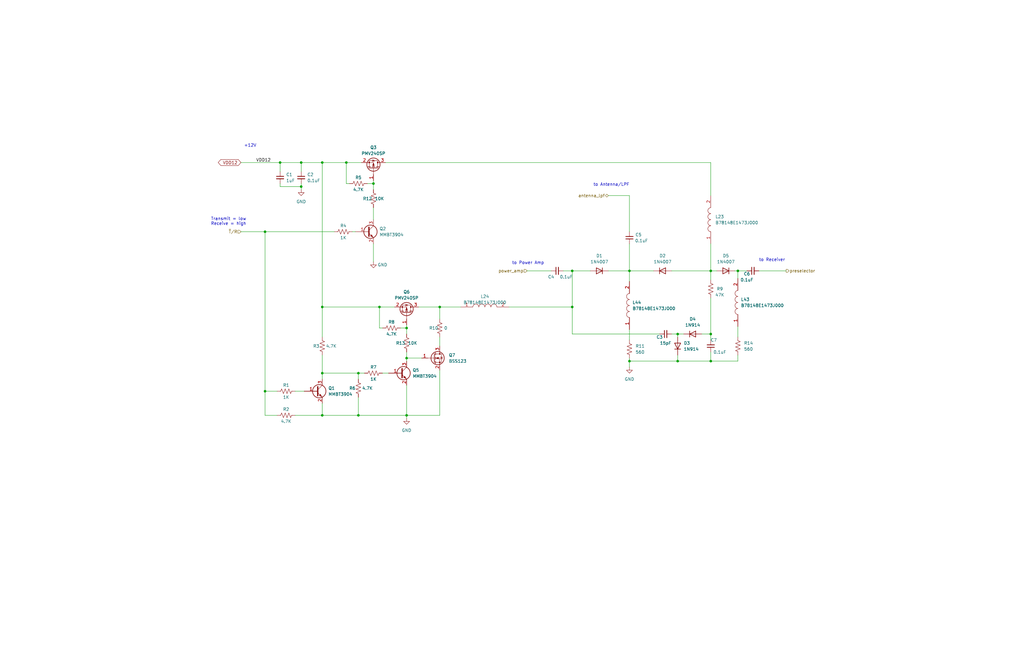
<source format=kicad_sch>
(kicad_sch (version 20230121) (generator eeschema)
  (paper "B")
  (lib_symbols
    (symbol "D_1" (pin_numbers hide) (pin_names (offset 1.016) hide)
      (property "Reference" "D" (at 0 2.54 0))
      (property "Value" "D" (at 0 -2.54 0))
      (symbol "D_1_0_1"
        (polyline (pts (xy -1.27 1.27) (xy -1.27 -1.27)) (stroke (width 0.254)))
        (polyline (pts (xy 1.27 0) (xy -1.27 0)))
        (polyline (pts (xy 1.27 1.27) (xy 1.27 -1.27) (xy -1.27 0) (xy 1.27 1.27)) (stroke (width 0.254)))
      )
      (symbol "D_1_1_1"
        (pin passive line (at -3.81 0 0) (length 2.54) (name "K") (number "1"))
        (pin passive line (at 3.81 0 180) (length 2.54) (name "A") (number "2"))
      )
    )
    (symbol "Device:C_Small" (pin_numbers hide) (pin_names (offset 0.254) hide)
      (property "Reference" "C" (at 0.254 1.778 0))
      (property "Value" "C_Small" (at 0.254 -2.032 0))
      (symbol "C_Small_0_1"
        (polyline (pts (xy -1.524 -0.508) (xy 1.524 -0.508)) (stroke (width 0.3302)))
        (polyline (pts (xy -1.524 0.508) (xy 1.524 0.508)) (stroke (width 0.3048)))
      )
      (symbol "C_Small_1_1"
        (pin passive line (at 0 2.54 270) (length 2.032) (name "~") (number "1"))
        (pin passive line (at 0 -2.54 90) (length 2.032) (name "~") (number "2"))
      )
    )
    (symbol "Device:D" (pin_numbers hide) (pin_names (offset 1.016) hide)
      (property "Reference" "D" (at 0 2.54 0))
      (property "Value" "D" (at 0 -2.54 0))
      (symbol "D_0_1"
        (polyline (pts (xy -1.27 1.27) (xy -1.27 -1.27)) (stroke (width 0.254)))
        (polyline (pts (xy 1.27 0) (xy -1.27 0)))
        (polyline (pts (xy 1.27 1.27) (xy 1.27 -1.27) (xy -1.27 0) (xy 1.27 1.27)) (stroke (width 0.254)))
      )
      (symbol "D_1_1"
        (pin passive line (at -3.81 0 0) (length 2.54) (name "K") (number "1"))
        (pin passive line (at 3.81 0 180) (length 2.54) (name "A") (number "2"))
      )
    )
    (symbol "Device:Q_NMOS_GSD" (pin_names (offset 0) hide)
      (property "Reference" "Q" (at 5.08 1.27 0))
      (property "Value" "Q_NMOS_GSD" (at 5.08 -1.27 0))
      (symbol "Q_NMOS_GSD_0_1"
        (polyline (pts (xy 0.254 0) (xy -2.54 0)))
        (polyline (pts (xy 0.254 1.905) (xy 0.254 -1.905)) (stroke (width 0.254)))
        (polyline (pts (xy 0.762 -1.27) (xy 0.762 -2.286)) (stroke (width 0.254)))
        (polyline (pts (xy 0.762 0.508) (xy 0.762 -0.508)) (stroke (width 0.254)))
        (polyline (pts (xy 0.762 2.286) (xy 0.762 1.27)) (stroke (width 0.254)))
        (polyline (pts (xy 2.54 2.54) (xy 2.54 1.778)))
        (polyline (pts (xy 2.54 -2.54) (xy 2.54 0) (xy 0.762 0)))
        (polyline (pts (xy 0.762 -1.778) (xy 3.302 -1.778) (xy 3.302 1.778) (xy 0.762 1.778)))
        (polyline (pts (xy 1.016 0) (xy 2.032 0.381) (xy 2.032 -0.381) (xy 1.016 0)) (fill (type outline)))
        (polyline (pts (xy 2.794 0.508) (xy 2.921 0.381) (xy 3.683 0.381) (xy 3.81 0.254)))
        (polyline (pts (xy 3.302 0.381) (xy 2.921 -0.254) (xy 3.683 -0.254) (xy 3.302 0.381)))
        (circle (center 1.651 0) (radius 2.794) (stroke (width 0.254)))
        (circle (center 2.54 -1.778) (radius 0.254) (fill (type outline)))
        (circle (center 2.54 1.778) (radius 0.254) (fill (type outline)))
      )
      (symbol "Q_NMOS_GSD_1_1"
        (pin input line (at -5.08 0 0) (length 2.54) (name "G") (number "1"))
        (pin passive line (at 2.54 -5.08 90) (length 2.54) (name "S") (number "2"))
        (pin passive line (at 2.54 5.08 270) (length 2.54) (name "D") (number "3"))
      )
    )
    (symbol "Device:Q_NPN_BEC" (pin_names (offset 0) hide)
      (property "Reference" "Q" (at 5.08 1.27 0))
      (property "Value" "Q_NPN_BEC" (at 5.08 -1.27 0))
      (symbol "Q_NPN_BEC_0_1"
        (polyline (pts (xy 0.635 0.635) (xy 2.54 2.54)))
        (polyline (pts (xy 0.635 -0.635) (xy 2.54 -2.54) (xy 2.54 -2.54)))
        (polyline (pts (xy 0.635 1.905) (xy 0.635 -1.905) (xy 0.635 -1.905)) (stroke (width 0.508)))
        (polyline (pts (xy 1.27 -1.778) (xy 1.778 -1.27) (xy 2.286 -2.286) (xy 1.27 -1.778) (xy 1.27 -1.778)) (fill (type outline)))
        (circle (center 1.27 0) (radius 2.8194) (stroke (width 0.254)))
      )
      (symbol "Q_NPN_BEC_1_1"
        (pin input line (at -5.08 0 0) (length 5.715) (name "B") (number "1"))
        (pin passive line (at 2.54 -5.08 90) (length 2.54) (name "E") (number "2"))
        (pin passive line (at 2.54 5.08 270) (length 2.54) (name "C") (number "3"))
      )
    )
    (symbol "Device:Q_PMOS_GSD" (pin_names (offset 0) hide)
      (property "Reference" "Q" (at 5.08 1.27 0))
      (property "Value" "Q_PMOS_GSD" (at 5.08 -1.27 0))
      (symbol "Q_PMOS_GSD_0_1"
        (polyline (pts (xy 0.254 0) (xy -2.54 0)))
        (polyline (pts (xy 0.254 1.905) (xy 0.254 -1.905)) (stroke (width 0.254)))
        (polyline (pts (xy 0.762 -1.27) (xy 0.762 -2.286)) (stroke (width 0.254)))
        (polyline (pts (xy 0.762 0.508) (xy 0.762 -0.508)) (stroke (width 0.254)))
        (polyline (pts (xy 0.762 2.286) (xy 0.762 1.27)) (stroke (width 0.254)))
        (polyline (pts (xy 2.54 2.54) (xy 2.54 1.778)))
        (polyline (pts (xy 2.54 -2.54) (xy 2.54 0) (xy 0.762 0)))
        (polyline (pts (xy 0.762 1.778) (xy 3.302 1.778) (xy 3.302 -1.778) (xy 0.762 -1.778)))
        (polyline (pts (xy 2.286 0) (xy 1.27 0.381) (xy 1.27 -0.381) (xy 2.286 0)) (fill (type outline)))
        (polyline (pts (xy 2.794 -0.508) (xy 2.921 -0.381) (xy 3.683 -0.381) (xy 3.81 -0.254)))
        (polyline (pts (xy 3.302 -0.381) (xy 2.921 0.254) (xy 3.683 0.254) (xy 3.302 -0.381)))
        (circle (center 1.651 0) (radius 2.794) (stroke (width 0.254)))
        (circle (center 2.54 -1.778) (radius 0.254) (fill (type outline)))
        (circle (center 2.54 1.778) (radius 0.254) (fill (type outline)))
      )
      (symbol "Q_PMOS_GSD_1_1"
        (pin input line (at -5.08 0 0) (length 2.54) (name "G") (number "1"))
        (pin passive line (at 2.54 -5.08 90) (length 2.54) (name "S") (number "2"))
        (pin passive line (at 2.54 5.08 270) (length 2.54) (name "D") (number "3"))
      )
    )
    (symbol "Device:R_US" (pin_numbers hide) (pin_names (offset 0))
      (property "Reference" "R" (at 2.54 0 90))
      (property "Value" "R_US" (at -2.54 0 90))
      (symbol "R_US_0_1"
        (polyline (pts (xy 0 -2.286) (xy 0 -2.54)))
        (polyline (pts (xy 0 2.286) (xy 0 2.54)))
        (polyline (pts (xy 0 -0.762) (xy 1.016 -1.143) (xy 0 -1.524) (xy -1.016 -1.905) (xy 0 -2.286)))
        (polyline (pts (xy 0 0.762) (xy 1.016 0.381) (xy 0 0) (xy -1.016 -0.381) (xy 0 -0.762)))
        (polyline (pts (xy 0 2.286) (xy 1.016 1.905) (xy 0 1.524) (xy -1.016 1.143) (xy 0 0.762)))
      )
      (symbol "R_US_1_1"
        (pin passive line (at 0 3.81 270) (length 1.27) (name "~") (number "1"))
        (pin passive line (at 0 -3.81 90) (length 1.27) (name "~") (number "2"))
      )
    )
    (symbol "SamacSys_Parts:B78148E1473J000" (pin_names (offset 0.762))
      (property "Reference" "L" (at 16.51 6.35 0))
      (property "Value" "B78148E1473J000" (at 16.51 3.81 0))
      (symbol "B78148E1473J000_0_0"
        (pin passive line (at 0 0 0) (length 5.08) (name "~") (number "1"))
        (pin passive line (at 20.32 0 180) (length 5.08) (name "~") (number "2"))
      )
      (symbol "B78148E1473J000_0_1"
        (arc (start 7.62 0) (mid 6.35 1.2202) (end 5.08 0) (stroke (width 0.1524)))
        (arc (start 10.16 0) (mid 8.89 1.2202) (end 7.62 0) (stroke (width 0.1524)))
        (arc (start 12.7 0) (mid 11.43 1.2202) (end 10.16 0) (stroke (width 0.1524)))
        (arc (start 15.24 0) (mid 13.97 1.2202) (end 12.7 0) (stroke (width 0.1524)))
      )
    )
    (symbol "power:GND" (power) (pin_names (offset 0))
      (property "Value" "GND" (at 0 -3.81 0))
      (symbol "GND_0_1"
        (polyline (pts (xy 0 0) (xy 0 -1.27) (xy 1.27 -1.27) (xy 0 -2.54) (xy -1.27 -1.27) (xy 0 -1.27)))
      )
      (symbol "GND_1_1"
        (pin power_in line (at 0 0 270) (length 0) hide (name "GND") (number "1"))
      )
    )
  )
  (junction (at 151.13 157.48))
  (junction (at 185.42 129.54))
  (junction (at 118.11 68.58))
  (junction (at 171.45 151.13))
  (junction (at 299.72 114.3))
  (junction (at 285.75 152.4))
  (junction (at 151.13 175.26))
  (junction (at 265.43 152.4))
  (junction (at 127 68.58))
  (junction (at 157.48 77.47))
  (junction (at 299.72 140.97))
  (junction (at 160.02 129.54))
  (junction (at 241.3 129.54))
  (junction (at 311.15 114.3))
  (junction (at 135.89 175.26))
  (junction (at 241.3 114.3))
  (junction (at 127 78.74))
  (junction (at 135.89 157.48))
  (junction (at 135.89 68.58))
  (junction (at 111.76 165.1))
  (junction (at 171.45 138.43))
  (junction (at 111.76 97.79))
  (junction (at 285.75 140.97))
  (junction (at 299.72 152.4))
  (junction (at 265.43 114.3))
  (junction (at 135.89 129.54))
  (junction (at 146.05 68.58))
  (junction (at 171.45 175.26))
  (wire (pts (xy 162.56 68.58) (xy 299.72 68.58)))
  (wire (pts (xy 299.72 148.59) (xy 299.72 152.4)))
  (wire (pts (xy 171.45 138.43) (xy 171.45 140.97)))
  (wire (pts (xy 185.42 129.54) (xy 194.31 129.54)))
  (wire (pts (xy 160.02 129.54) (xy 160.02 138.43)))
  (wire (pts (xy 148.59 97.79) (xy 149.86 97.79)))
  (wire (pts (xy 111.76 97.79) (xy 140.97 97.79)))
  (wire (pts (xy 127 68.58) (xy 135.89 68.58)))
  (wire (pts (xy 278.13 140.97) (xy 241.3 140.97)))
  (wire (pts (xy 285.75 140.97) (xy 288.29 140.97)))
  (wire (pts (xy 283.21 140.97) (xy 285.75 140.97)))
  (wire (pts (xy 185.42 129.54) (xy 185.42 134.62)))
  (wire (pts (xy 124.46 175.26) (xy 135.89 175.26)))
  (wire (pts (xy 237.49 114.3) (xy 241.3 114.3)))
  (wire (pts (xy 299.72 114.3) (xy 302.26 114.3)))
  (wire (pts (xy 256.54 82.55) (xy 265.43 82.55)))
  (wire (pts (xy 222.25 114.3) (xy 232.41 114.3)))
  (wire (pts (xy 311.15 149.86) (xy 311.15 152.4)))
  (wire (pts (xy 152.4 68.58) (xy 146.05 68.58)))
  (wire (pts (xy 299.72 140.97) (xy 299.72 143.51)))
  (wire (pts (xy 154.94 77.47) (xy 157.48 77.47)))
  (wire (pts (xy 116.84 165.1) (xy 111.76 165.1)))
  (wire (pts (xy 176.53 129.54) (xy 185.42 129.54)))
  (wire (pts (xy 118.11 78.74) (xy 127 78.74)))
  (wire (pts (xy 127 77.47) (xy 127 78.74)))
  (wire (pts (xy 111.76 175.26) (xy 111.76 165.1)))
  (wire (pts (xy 285.75 152.4) (xy 265.43 152.4)))
  (wire (pts (xy 265.43 139.065) (xy 265.43 143.51)))
  (wire (pts (xy 265.43 151.13) (xy 265.43 152.4)))
  (wire (pts (xy 299.72 68.58) (xy 299.72 82.55)))
  (wire (pts (xy 241.3 140.97) (xy 241.3 129.54)))
  (wire (pts (xy 299.72 102.87) (xy 299.72 114.3)))
  (wire (pts (xy 160.02 138.43) (xy 161.29 138.43)))
  (wire (pts (xy 157.48 76.2) (xy 157.48 77.47)))
  (wire (pts (xy 135.89 170.18) (xy 135.89 175.26)))
  (wire (pts (xy 299.72 125.73) (xy 299.72 140.97)))
  (wire (pts (xy 127 68.58) (xy 127 72.39)))
  (wire (pts (xy 161.29 157.48) (xy 163.83 157.48)))
  (wire (pts (xy 309.88 114.3) (xy 311.15 114.3)))
  (wire (pts (xy 118.11 68.58) (xy 118.11 72.39)))
  (wire (pts (xy 135.89 129.54) (xy 160.02 129.54)))
  (wire (pts (xy 135.89 129.54) (xy 135.89 142.24)))
  (wire (pts (xy 168.91 138.43) (xy 171.45 138.43)))
  (wire (pts (xy 101.6 68.58) (xy 118.11 68.58)))
  (wire (pts (xy 265.43 152.4) (xy 265.43 154.94)))
  (wire (pts (xy 214.63 129.54) (xy 241.3 129.54)))
  (wire (pts (xy 299.72 114.3) (xy 299.72 118.11)))
  (wire (pts (xy 171.45 137.16) (xy 171.45 138.43)))
  (wire (pts (xy 146.05 68.58) (xy 146.05 77.47)))
  (wire (pts (xy 283.21 114.3) (xy 299.72 114.3)))
  (wire (pts (xy 166.37 129.54) (xy 160.02 129.54)))
  (wire (pts (xy 118.11 68.58) (xy 127 68.58)))
  (wire (pts (xy 127 78.74) (xy 127 80.01)))
  (wire (pts (xy 171.45 162.56) (xy 171.45 175.26)))
  (wire (pts (xy 157.48 77.47) (xy 157.48 80.01)))
  (wire (pts (xy 135.89 129.54) (xy 135.89 68.58)))
  (wire (pts (xy 171.45 151.13) (xy 177.8 151.13)))
  (wire (pts (xy 265.43 114.3) (xy 265.43 118.745)))
  (wire (pts (xy 311.15 137.795) (xy 311.15 142.24)))
  (wire (pts (xy 311.15 152.4) (xy 299.72 152.4)))
  (wire (pts (xy 135.89 157.48) (xy 151.13 157.48)))
  (wire (pts (xy 299.72 152.4) (xy 285.75 152.4)))
  (wire (pts (xy 116.84 175.26) (xy 111.76 175.26)))
  (wire (pts (xy 171.45 151.13) (xy 171.45 152.4)))
  (wire (pts (xy 157.48 102.87) (xy 157.48 110.49)))
  (wire (pts (xy 118.11 77.47) (xy 118.11 78.74)))
  (wire (pts (xy 135.89 175.26) (xy 151.13 175.26)))
  (wire (pts (xy 157.48 87.63) (xy 157.48 92.71)))
  (wire (pts (xy 241.3 114.3) (xy 241.3 129.54)))
  (wire (pts (xy 285.75 140.97) (xy 285.75 142.24)))
  (wire (pts (xy 151.13 157.48) (xy 153.67 157.48)))
  (wire (pts (xy 124.46 165.1) (xy 128.27 165.1)))
  (wire (pts (xy 101.6 97.79) (xy 111.76 97.79)))
  (wire (pts (xy 135.89 68.58) (xy 146.05 68.58)))
  (wire (pts (xy 265.43 82.55) (xy 265.43 97.79)))
  (wire (pts (xy 320.04 114.3) (xy 331.47 114.3)))
  (wire (pts (xy 171.45 175.26) (xy 171.45 176.53)))
  (wire (pts (xy 265.43 102.87) (xy 265.43 114.3)))
  (wire (pts (xy 151.13 160.02) (xy 151.13 157.48)))
  (wire (pts (xy 241.3 114.3) (xy 248.92 114.3)))
  (wire (pts (xy 185.42 156.21) (xy 185.42 175.26)))
  (wire (pts (xy 256.54 114.3) (xy 265.43 114.3)))
  (wire (pts (xy 135.89 149.86) (xy 135.89 157.48)))
  (wire (pts (xy 311.15 114.3) (xy 314.96 114.3)))
  (wire (pts (xy 295.91 140.97) (xy 299.72 140.97)))
  (wire (pts (xy 171.45 148.59) (xy 171.45 151.13)))
  (wire (pts (xy 185.42 142.24) (xy 185.42 146.05)))
  (wire (pts (xy 285.75 149.86) (xy 285.75 152.4)))
  (wire (pts (xy 311.15 114.3) (xy 311.15 117.475)))
  (wire (pts (xy 111.76 165.1) (xy 111.76 97.79)))
  (wire (pts (xy 185.42 175.26) (xy 171.45 175.26)))
  (wire (pts (xy 151.13 175.26) (xy 171.45 175.26)))
  (wire (pts (xy 265.43 114.3) (xy 275.59 114.3)))
  (wire (pts (xy 151.13 167.64) (xy 151.13 175.26)))
  (wire (pts (xy 146.05 77.47) (xy 147.32 77.47)))
  (wire (pts (xy 135.89 157.48) (xy 135.89 160.02)))
  (text "+12V" (at 102.87 62.23 0) (effects (font (size 1.27 1.27)) (justify left bottom)))
  (text "Transmit = low\nReceive = high" (at 88.9 95.25 0) (effects (font (size 1.27 1.27)) (justify left bottom)))
  (text "to Receiver" (at 320.04 110.49 0) (effects (font (size 1.27 1.27)) (justify left bottom)))
  (text "to Power Amp" (at 215.9 111.76 0) (effects (font (size 1.27 1.27)) (justify left bottom)))
  (text "to Antenna/LPF" (at 250.19 78.74 0) (effects (font (size 1.27 1.27)) (justify left bottom)))
  (label "VDD12" (at 107.95 68.58 0))
  (global_label "VDD12" (shape bidirectional) (at 101.6 68.58 180) (property "Intersheetrefs" "${INTERSHEET_REFS}" (at 91.4559 68.58 0) (effects (justify right))))
  (hierarchical_label "~{T}{slash}R" (shape input) (at 101.6 97.79 180))
  (hierarchical_label "preselector" (shape output) (at 331.47 114.3 0))
  (hierarchical_label "power_amp" (shape input) (at 222.25 114.3 180))
  (hierarchical_label "antenna_lpf" (shape bidirectional) (at 256.54 82.55 180))
  (symbol (lib_id "Device:R_US") (at 151.13 77.47 90) (unit 1)
    (property "Reference" "R5" (at 151.13 74.93 90))
    (property "Value" "4.7K" (at 151.13 80.01 90))
    (property "Footprint" "Resistor_SMD:R_0603_1608Metric_Pad0.98x0.95mm_HandSolder" (effects hide))
  )
  (symbol (lib_id "SamacSys_Parts:B78148E1473J000") (at 311.15 137.795 90) (unit 1)
    (property "Reference" "L43" (at 312.42 126.365 90) (effects (justify right)))
    (property "Value" "B78148E1473J000" (at 312.42 128.905 90) (effects (justify right)))
    (property "Footprint" "B78148E" (effects hide))
    (property "Datasheet" "https://product.tdk.com/system/files/dam/doc/product/inductor/inductor/lead/data_sheet/30/ds/b78108_148e.pdf" (effects hide))
    (property "Description" "Leaded Inductors (Leaded Coils), L=47uH  Rated Current=0.95A, Radial DxL:4mmx9.5mm" (effects hide))
    (property "Mouser Part Number" "871-B78148E1473J000" (effects hide))
    (property "Mouser Price/Stock" "https://www.mouser.co.uk/ProductDetail/EPCOS-TDK/B78148E1473J000?qs=eVuN9SfsQ7TbgaB2%2F8UGtw%3D%3D" (effects hide))
    (property "Manufacturer_Name" "TDK" (effects hide))
    (property "Manufacturer_Part_Number" "B78148E1473J000" (effects hide))
  )
  (symbol (lib_id "Device:Q_NPN_BEC") (at 168.91 157.48 0) (unit 1)
    (property "Reference" "Q5" (at 173.99 156.2099 0) (effects (justify left)))
    (property "Value" "MMBT3904" (at 173.99 158.7499 0) (effects (justify left)))
    (property "Footprint" "Package_TO_SOT_SMD:SOT-23" (effects hide))
    (instances (project "" (path "" (reference "Q5") (unit 1))) (project "fieldRadio" (path "" (reference "Q4") (unit 1))))
  )
  (symbol (lib_id "Device:D") (at 279.4 114.3 0) (unit 1)
    (property "Reference" "D2" (at 279.4 107.95 0))
    (property "Value" "1N4007" (at 279.4 110.49 0))
    (property "Footprint" "Diode_THT:D_DO-41_SOD81_P10.16mm_Horizontal" (effects hide))
    (property "Sim.Device" "D" (effects hide))
    (property "Sim.Pins" "1=K 2=A" (effects hide))
  )
  (symbol (lib_id "Device:Q_NMOS_GSD") (at 182.88 151.13 0) (unit 1)
    (property "Reference" "Q7" (at 189.23 149.86 0) (effects (justify left)))
    (property "Value" "BSS123" (at 189.23 152.4 0) (effects (justify left)))
    (property "Footprint" "Package_TO_SOT_SMD:SOT-23" (effects hide))
    (instances (project "" (path "" (reference "Q7") (unit 1))) (project "fieldRadio" (path "" (reference "Q6") (unit 1))))
  )
  (symbol (lib_id "Device:R_US") (at 120.65 175.26 270) (unit 1)
    (property "Reference" "R2" (at 120.65 172.72 90))
    (property "Value" "4.7K" (at 120.65 177.8 90))
    (property "Footprint" "Resistor_SMD:R_0603_1608Metric_Pad0.98x0.95mm_HandSolder" (effects hide))
  )
  (symbol (lib_id "Device:R_US") (at 265.43 147.32 0) (unit 1)
    (property "Reference" "R11" (at 267.97 146.05 0) (effects (justify left)))
    (property "Value" "560" (at 267.97 148.59 0) (effects (justify left)))
    (property "Footprint" "Resistor_THT:R_Axial_DIN0617_L17.0mm_D6.0mm_P20.32mm_Horizontal" (effects hide))
    (instances (project "" (path "" (reference "R11") (unit 1))) (project "fieldRadio" (path "" (reference "R12") (unit 1))))
  )
  (symbol (lib_id "Device:C_Small") (at 234.95 114.3 90) (unit 1)
    (property "Reference" "C4" (at 232.41 116.84 90))
    (property "Value" "0.1uF" (at 238.76 116.84 90))
    (property "Footprint" "Capacitor_THT:C_Disc_D5.0mm_W2.5mm_P5.00mm" (effects hide))
    (instances (project "" (path "" (reference "C4") (unit 1))) (project "fieldRadio" (path "" (reference "C5") (unit 1))))
  )
  (symbol (lib_id "Device:C_Small") (at 265.43 100.33 180) (unit 1)
    (property "Reference" "C5" (at 269.24 99.06 0))
    (property "Value" "0.1uF" (at 270.51 101.6 0))
    (property "Footprint" "Capacitor_THT:C_Disc_D5.0mm_W2.5mm_P5.00mm" (effects hide))
    (instances (project "" (path "" (reference "C5") (unit 1))) (project "fieldRadio" (path "" (reference "C6") (unit 1))))
  )
  (symbol (lib_name "D_1") (lib_id "Device:D") (at 252.73 114.3 180) (unit 1)
    (property "Reference" "D1" (at 252.73 107.95 0))
    (property "Value" "1N4007" (at 252.73 110.49 0))
    (property "Footprint" "Diode_THT:D_DO-41_SOD81_P10.16mm_Horizontal" (effects hide))
    (property "Sim.Device" "D" (effects hide))
    (property "Sim.Pins" "1=K 2=A" (effects hide))
  )
  (symbol (lib_id "Device:R_US") (at 135.89 146.05 180) (unit 1)
    (property "Reference" "R3" (at 133.35 146.05 0))
    (property "Value" "4.7K" (at 139.7 146.05 0))
    (property "Footprint" "Resistor_SMD:R_0603_1608Metric_Pad0.98x0.95mm_HandSolder" (effects hide))
  )
  (symbol (lib_id "SamacSys_Parts:B78148E1473J000") (at 265.43 139.065 90) (unit 1)
    (property "Reference" "L44" (at 266.7 127.635 90) (effects (justify right)))
    (property "Value" "B78148E1473J000" (at 266.7 130.175 90) (effects (justify right)))
    (property "Footprint" "B78148E" (effects hide))
    (property "Datasheet" "https://product.tdk.com/system/files/dam/doc/product/inductor/inductor/lead/data_sheet/30/ds/b78108_148e.pdf" (effects hide))
    (property "Description" "Leaded Inductors (Leaded Coils), L=47uH  Rated Current=0.95A, Radial DxL:4mmx9.5mm" (effects hide))
    (property "Mouser Part Number" "871-B78148E1473J000" (effects hide))
    (property "Mouser Price/Stock" "https://www.mouser.co.uk/ProductDetail/EPCOS-TDK/B78148E1473J000?qs=eVuN9SfsQ7TbgaB2%2F8UGtw%3D%3D" (effects hide))
    (property "Manufacturer_Name" "TDK" (effects hide))
    (property "Manufacturer_Part_Number" "B78148E1473J000" (effects hide))
  )
  (symbol (lib_id "Device:Q_NPN_BEC") (at 133.35 165.1 0) (unit 1)
    (property "Reference" "Q1" (at 138.43 163.8299 0) (effects (justify left)))
    (property "Value" "MMBT3904" (at 138.43 166.3699 0) (effects (justify left)))
    (property "Footprint" "Package_TO_SOT_SMD:SOT-23" (effects hide))
  )
  (symbol (lib_id "power:GND") (at 127 80.01 0) (unit 1)
    (property "Reference" "#PWR02" (effects hide))
    (property "Value" "GND" (at 127 85.09 0))
    (instances (project "" (path "" (reference "#PWR02") (unit 1))) (project "fieldRadio" (path "" (reference "#PWR09") (unit 1))))
  )
  (symbol (lib_id "Device:R_US") (at 151.13 163.83 180) (unit 1)
    (property "Reference" "R6" (at 148.59 163.83 0))
    (property "Value" "4.7K" (at 154.94 163.83 0))
    (property "Footprint" "Resistor_SMD:R_0603_1608Metric_Pad0.98x0.95mm_HandSolder" (effects hide))
  )
  (symbol (lib_id "Device:R_US") (at 120.65 165.1 90) (unit 1)
    (property "Reference" "R1" (at 120.65 162.56 90))
    (property "Value" "1K" (at 120.65 167.64 90))
    (property "Footprint" "Resistor_SMD:R_0603_1608Metric_Pad0.98x0.95mm_HandSolder" (effects hide))
  )
  (symbol (lib_id "Device:Q_PMOS_GSD") (at 157.48 71.12 270) (mirror x) (unit 1)
    (property "Reference" "Q3" (at 157.48 62.23 90))
    (property "Value" "PMV240SP" (at 157.48 64.77 90))
    (property "Footprint" "Package_TO_SOT_SMD:SOT-23" (effects hide))
  )
  (symbol (lib_id "Device:C_Small") (at 299.72 146.05 180) (unit 1)
    (property "Reference" "C7" (at 300.99 143.51 0))
    (property "Value" "0.1uF" (at 303.53 148.59 0))
    (property "Footprint" "Capacitor_THT:C_Disc_D5.0mm_W2.5mm_P5.00mm" (effects hide))
    (instances (project "" (path "" (reference "C7") (unit 1))) (project "fieldRadio" (path "" (reference "C8") (unit 1))))
  )
  (symbol (lib_id "power:GND") (at 171.45 176.53 0) (unit 1)
    (property "Reference" "#PWR04" (effects hide))
    (property "Value" "GND" (at 171.45 181.61 0))
    (instances (project "" (path "" (reference "#PWR04") (unit 1))) (project "fieldRadio" (path "" (reference "#PWR011") (unit 1))))
  )
  (symbol (lib_id "Device:R_US") (at 157.48 83.82 180) (unit 1)
    (property "Reference" "R12" (at 154.94 83.82 0))
    (property "Value" "10K" (at 160.02 83.82 0))
    (property "Footprint" "Resistor_SMD:R_0603_1608Metric_Pad0.98x0.95mm_HandSolder" (effects hide))
    (instances (project "" (path "" (reference "R12") (unit 1))) (project "fieldRadio" (path "" (reference "R7") (unit 1))))
  )
  (symbol (lib_id "Device:C_Small") (at 127 74.93 0) (unit 1)
    (property "Reference" "C2" (at 129.54 73.6662 0) (effects (justify left)))
    (property "Value" "0.1uF" (at 129.54 76.2062 0) (effects (justify left)))
    (property "Footprint" "Capacitor_SMD:C_0603_1608Metric_Pad1.08x0.95mm_HandSolder" (effects hide))
    (instances (project "" (path "" (reference "C2") (unit 1))) (project "fieldRadio" (path "" (reference "C4") (unit 1))))
  )
  (symbol (lib_id "Device:D") (at 285.75 146.05 90) (unit 1)
    (property "Reference" "D3" (at 288.29 144.7799 90) (effects (justify right)))
    (property "Value" "1N914" (at 288.29 147.3199 90) (effects (justify right)))
    (property "Footprint" "Diode_THT:D_DO-35_SOD27_P7.62mm_Horizontal" (effects hide))
    (property "Sim.Device" "D" (effects hide))
    (property "Sim.Pins" "1=K 2=A" (effects hide))
  )
  (symbol (lib_id "Device:R_US") (at 157.48 157.48 90) (unit 1)
    (property "Reference" "R7" (at 157.48 154.94 90))
    (property "Value" "1K" (at 157.48 160.02 90))
    (property "Footprint" "Resistor_SMD:R_0603_1608Metric_Pad0.98x0.95mm_HandSolder" (effects hide))
    (instances (project "" (path "" (reference "R7") (unit 1))) (project "fieldRadio" (path "" (reference "R8") (unit 1))))
  )
  (symbol (lib_id "Device:R_US") (at 185.42 138.43 180) (unit 1)
    (property "Reference" "R10" (at 182.88 138.43 0))
    (property "Value" "0" (at 187.96 138.43 0))
    (property "Footprint" "Resistor_SMD:R_0603_1608Metric_Pad0.98x0.95mm_HandSolder" (effects hide))
    (instances (project "" (path "" (reference "R10") (unit 1))) (project "fieldRadio" (path "" (reference "R11") (unit 1))))
  )
  (symbol (lib_id "Device:R_US") (at 311.15 146.05 0) (unit 1)
    (property "Reference" "R14" (at 313.69 144.78 0) (effects (justify left)))
    (property "Value" "560" (at 313.69 147.32 0) (effects (justify left)))
    (property "Footprint" "Resistor_THT:R_Axial_DIN0617_L17.0mm_D6.0mm_P20.32mm_Horizontal" (effects hide))
  )
  (symbol (lib_id "SamacSys_Parts:B78148E1473J000") (at 299.72 102.87 90) (unit 1)
    (property "Reference" "L23" (at 301.625 91.44 90) (effects (justify right)))
    (property "Value" "B78148E1473J000" (at 301.625 93.98 90) (effects (justify right)))
    (property "Footprint" "B78148E" (effects hide))
    (property "Datasheet" "https://product.tdk.com/system/files/dam/doc/product/inductor/inductor/lead/data_sheet/30/ds/b78108_148e.pdf" (effects hide))
    (property "Description" "Leaded Inductors (Leaded Coils), L=47uH  Rated Current=0.95A, Radial DxL:4mmx9.5mm" (effects hide))
    (property "Mouser Part Number" "871-B78148E1473J000" (effects hide))
    (property "Mouser Price/Stock" "https://www.mouser.co.uk/ProductDetail/EPCOS-TDK/B78148E1473J000?qs=eVuN9SfsQ7TbgaB2%2F8UGtw%3D%3D" (effects hide))
    (property "Manufacturer_Name" "TDK" (effects hide))
    (property "Manufacturer_Part_Number" "B78148E1473J000" (effects hide))
  )
  (symbol (lib_id "Device:Q_NPN_BEC") (at 154.94 97.79 0) (unit 1)
    (property "Reference" "Q2" (at 160.02 96.5199 0) (effects (justify left)))
    (property "Value" "MMBT3904" (at 160.02 99.0599 0) (effects (justify left)))
    (property "Footprint" "Package_TO_SOT_SMD:SOT-23" (effects hide))
  )
  (symbol (lib_id "Device:Q_PMOS_GSD") (at 171.45 132.08 270) (mirror x) (unit 1)
    (property "Reference" "Q6" (at 171.45 123.19 90))
    (property "Value" "PMV240SP" (at 171.45 125.73 90))
    (property "Footprint" "Package_TO_SOT_SMD:SOT-23" (effects hide))
    (instances (project "" (path "" (reference "Q6") (unit 1))) (project "fieldRadio" (path "" (reference "Q5") (unit 1))))
  )
  (symbol (lib_id "power:GND") (at 265.43 154.94 0) (unit 1)
    (property "Reference" "#PWR07" (effects hide))
    (property "Value" "GND" (at 265.43 160.02 0))
    (instances (project "" (path "" (reference "#PWR07") (unit 1))) (project "fieldRadio" (path "" (reference "#PWR012") (unit 1))))
  )
  (symbol (lib_id "power:GND") (at 157.48 110.49 0) (unit 1)
    (property "Reference" "#PWR03" (effects hide))
    (property "Value" "GND" (at 161.29 111.76 0))
    (instances (project "" (path "" (reference "#PWR03") (unit 1))) (project "fieldRadio" (path "" (reference "#PWR010") (unit 1))))
  )
  (symbol (lib_id "Device:D") (at 306.07 114.3 0) (mirror y) (unit 1)
    (property "Reference" "D5" (at 306.07 107.95 0))
    (property "Value" "1N4007" (at 306.07 110.49 0))
    (property "Footprint" "Diode_THT:D_DO-41_SOD81_P10.16mm_Horizontal" (effects hide))
    (property "Sim.Device" "D" (effects hide))
    (property "Sim.Pins" "1=K 2=A" (effects hide))
  )
  (symbol (lib_id "Device:R_US") (at 165.1 138.43 90) (unit 1)
    (property "Reference" "R8" (at 165.1 135.89 90))
    (property "Value" "4.7K" (at 165.1 140.97 90))
    (property "Footprint" "Resistor_SMD:R_0603_1608Metric_Pad0.98x0.95mm_HandSolder" (effects hide))
    (instances (project "" (path "" (reference "R8") (unit 1))) (project "fieldRadio" (path "" (reference "R9") (unit 1))))
  )
  (symbol (lib_id "Device:C_Small") (at 118.11 74.93 0) (unit 1)
    (property "Reference" "C1" (at 120.65 73.6662 0) (effects (justify left)))
    (property "Value" "1uF" (at 120.65 76.2062 0) (effects (justify left)))
    (property "Footprint" "Capacitor_SMD:C_0603_1608Metric_Pad1.08x0.95mm_HandSolder" (effects hide))
    (instances (project "" (path "" (reference "C1") (unit 1))) (project "fieldRadio" (path "" (reference "C3") (unit 1))))
  )
  (symbol (lib_id "Device:C_Small") (at 317.5 114.3 90) (unit 1)
    (property "Reference" "C6" (at 314.96 115.57 90))
    (property "Value" "0.1uF" (at 314.96 118.11 90))
    (property "Footprint" "Capacitor_THT:C_Disc_D5.0mm_W2.5mm_P5.00mm" (effects hide))
    (instances (project "" (path "" (reference "C6") (unit 1))) (project "fieldRadio" (path "" (reference "C9") (unit 1))))
  )
  (symbol (lib_id "Device:D") (at 292.1 140.97 0) (unit 1)
    (property "Reference" "D4" (at 292.1 134.62 0))
    (property "Value" "1N914" (at 292.1 137.16 0))
    (property "Footprint" "Diode_THT:D_DO-35_SOD27_P7.62mm_Horizontal" (effects hide))
    (property "Sim.Device" "D" (effects hide))
    (property "Sim.Pins" "1=K 2=A" (effects hide))
  )
  (symbol (lib_id "SamacSys_Parts:B78148E1473J000") (at 194.31 129.54 0) (unit 1)
    (property "Reference" "L24" (at 204.47 125.095 0))
    (property "Value" "B78148E1473J000" (at 204.47 127.635 0))
    (property "Footprint" "B78148E" (effects hide))
    (property "Datasheet" "https://product.tdk.com/system/files/dam/doc/product/inductor/inductor/lead/data_sheet/30/ds/b78108_148e.pdf" (effects hide))
    (property "Description" "Leaded Inductors (Leaded Coils), L=47uH  Rated Current=0.95A, Radial DxL:4mmx9.5mm" (effects hide))
    (property "Mouser Part Number" "871-B78148E1473J000" (effects hide))
    (property "Mouser Price/Stock" "https://www.mouser.co.uk/ProductDetail/EPCOS-TDK/B78148E1473J000?qs=eVuN9SfsQ7TbgaB2%2F8UGtw%3D%3D" (effects hide))
    (property "Manufacturer_Name" "TDK" (effects hide))
    (property "Manufacturer_Part_Number" "B78148E1473J000" (effects hide))
  )
  (symbol (lib_id "Device:C_Small") (at 280.67 140.97 90) (unit 1)
    (property "Reference" "C3" (at 278.13 142.24 90))
    (property "Value" "15pF" (at 280.67 144.78 90))
    (property "Footprint" "Capacitor_THT:C_Disc_D5.0mm_W2.5mm_P5.00mm" (effects hide))
    (instances (project "" (path "" (reference "C3") (unit 1))) (project "fieldRadio" (path "" (reference "C7") (unit 1))))
  )
  (symbol (lib_id "Device:R_US") (at 171.45 144.78 180) (unit 1)
    (property "Reference" "R13" (at 168.91 144.78 0))
    (property "Value" "10K" (at 173.99 144.78 0))
    (property "Footprint" "Resistor_SMD:R_0603_1608Metric_Pad0.98x0.95mm_HandSolder" (effects hide))
    (instances (project "" (path "" (reference "R13") (unit 1))) (project "fieldRadio" (path "" (reference "R10") (unit 1))))
  )
  (symbol (lib_id "Device:R_US") (at 299.72 121.92 180) (unit 1)
    (property "Reference" "R9" (at 303.53 121.92 0))
    (property "Value" "47K" (at 303.53 124.46 0))
    (property "Footprint" "Resistor_SMD:R_0603_1608Metric_Pad0.98x0.95mm_HandSolder" (effects hide))
    (instances (project "" (path "" (reference "R9") (unit 1))) (project "fieldRadio" (path "" (reference "R13") (unit 1))))
  )
  (symbol (lib_id "Device:R_US") (at 144.78 97.79 90) (unit 1)
    (property "Reference" "R4" (at 144.78 95.25 90))
    (property "Value" "1K" (at 144.78 100.33 90))
    (property "Footprint" "Resistor_SMD:R_0603_1608Metric_Pad0.98x0.95mm_HandSolder" (effects hide))
  )
)
</source>
